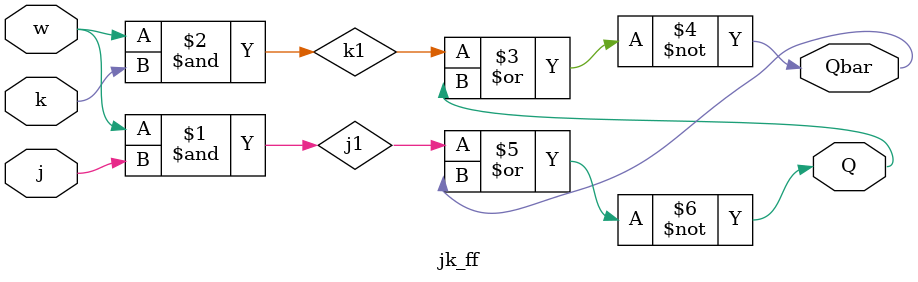
<source format=v>
module masterslave_jkff(input clk,reset,j,k, output q,qbar); 
   wire   qm,qbarm;  // The master's q & qbar output.
   wire   clks;  // The clock input to the slave 
   wire   j1,k1,j2,k2; 
   assign j2 = reset ? 0 : j1;
   assign k2 = reset ? 1 : k1;   
   assign j1 =  j&qbar;
   assign k1 =  k&q;  
   assign clks = ~clk;  
   jk_ff master(clk,j2,k2,qm,qbarm);
   jk_ff slave(clks, qm, qbarm,q, qbar);
endmodule

module jk_ff(input w,j,k,output Q,Qbar);
   wire   j1,k1;
   assign j1 = w&j;
   assign k1 = w&k;   
   assign Qbar = ~(k1|Q);
   assign Q = ~(j1|Qbar);
endmodule
  
</source>
